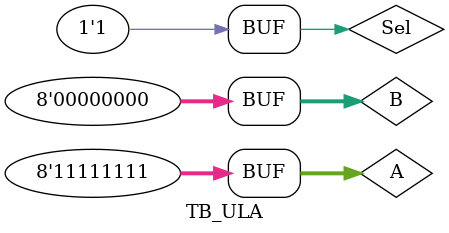
<source format=v>
module TB_ULA (); //Um Testbench não tem inputs ou outputs
	reg [7:0] A, B;
	reg [1:0] Seletor;
	wire [15:0] S;
	
	//Instanciar o dispositivo a ser testado
	ULA dut(.S(S),.Seletor(Seletor),.A(A),.B(B));
	
	initial begin	//Bloco sequencial

	// ------- MIRELE
	
	//Sel = 0000  - SOMA

		A = 8'b11000; B = 8'b11111; Sel = 4'b0000; #10; //aplicar entrada e esperar 10ns
		if (S !== 16'b110111) $display("Sel = 0000 falhou com A = 11000 e B = 11111.");
		
		A = 8'b1000100; B = 8'b1001111; Sel = 4'b0000; #10; //aplicar entrada e esperar 10ns
		if (S !== 16'b10010011) $display("Sel = 0000 falhou com A = 1000100 e B = 1001111.");
		
		A = 8'b11111110; B = 8'b11110101; Sel = 4'b0000; #10; //etc... etc..
		if (S !== 16'b111110011) $display("Sel = 0000 falhou com A = 11111110 e B = 11110101.");
		
		A = 8'b11111111; B = 8'b11111011; Sel = 4'b0000; #10;
		if (S !== 16'b111111010) $display("Sel = 0000 falhou com A = 11111111 e B = 11111011.");

	//Sel = 0001 - Subtração 

		A = 8'b10110; B = 8'b10001; Sel = 4'b0001; #10; //aplicar entrada e esperar 10ns
		if (S !== 16'b101) $display("Sel = 0001 falhou com A = 10110 e B = 10001.");
		
		A = 8'b101100; B = 8'b100011; Sel = 4'b0001; #10; //aplicar entrada e esperar 10ns
		if (S !== 16'b1001) $display("Sel = 0001 falhou com A = 101100 e B = 100011.");
		
		A = 8'b11000010; B = 8'b10111000; Sel = 4'b0001; #10; //etc... etc..
		if (S !== 16'b1010) $display("Sel = 0001 falhou com A = 11000010 e B = 10111000.");
		
		A = 8'b11111111; B = 8'b11110111; Sel = 4'b0001; #10;
		if (S !== 16'b1000) $display("Sel = 0001 falhou com A = 11111111 e B = 11110111.");
	
	//Sel = 0010 - Multiplicação 

		A = 8'b11000; B = 8'b11111; Sel = 4'b0010; #10; //aplicar entrada e esperar 10ns
		if (S !== 16'b1011101000) $display("Sel = 0010 falhou com A = 11000 e B = 11111.");
		
		A = 8'b1000100; B = 8'b1001111; Sel = 4'b0010; #10; //aplicar entrada e esperar 10ns
		if (S !== 16'b1010011111100) $display("Sel = 0010 falhou com A = 1000100 e B = 1001111.");
		
		A = 8'b11111110; B = 8'b11110101; Sel = 4'b0010; #10; //etc... etc..
		if (S !== 16'b1111001100010110) $display("Sel = 0010 falhou com A = 11111110 e B = 11110101.");
		
		A = 8'b11111111; B = 8'b11111011; Sel = 4'b0010; #10;
		if (S !== 16'b1111101000000101) $display("Sel = 0010 falhou com A = 11111111 e B = 11111011.");
	
	//Sel = 0011 - Divisão 

		A = 8'b110010; B = 8'b11001; Sel = 4'b0011; #10; //aplicar entrada e esperar 10ns
		if (S !== 16'b10) $display("Sel = 0011 falhou com A = 110010 e B = 11001.");
		
		A = 8'b1100100; B = 8'b11001; Sel = 4'b0011; #10; //aplicar entrada e esperar 10ns
		if (S !== 16'b100) $display("Sel = 0011 falhou com A = 1100100 e B = 11001.");
		
		A = 8'b11101010; B = 8'b1001; Sel = 4'b0011; #10; //etc... etc..
		if (S !== 16'b11010) $display("Sel = 0011 falhou com A = 11101010 e B = 1001.");
		
		A = 8'b11111111; B = 8'b0; Sel = 4'b0011; #10;
		if (S !== 16'bxxxxxxxx) $display("Sel = 0011 falhou com A = 11111111 e B = 0.");
	
	//------- João
	//Sel = 0100 - << 
	//Sel = 0101 - >> 
	//Sel = 0110 - rotacion à esquerda em 1bit 
	//Sel = 0111 - rotacion à direira em 1bit 

	//------- Ana
	//Sel = 1000 - and 
	//Sel = 1001 - or 
	//Sel = 1100 - nand 
	//Sel = 1011 - nor 

	//------- Pedro
	//Sel = 1010 - xor
	//Sel = 1101 - xnor 
	//Sel = 1110 - 1, se A>B, senão 0 
	//Sel = 1111 - 1, se A=B, senão 0 
	end
endmodule
</source>
